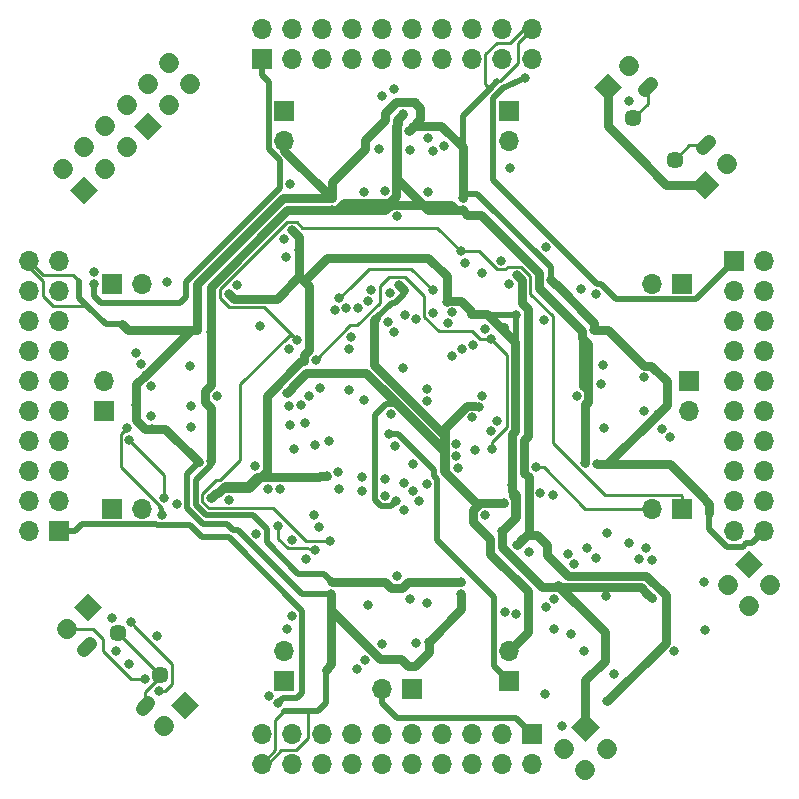
<source format=gbr>
G04 #@! TF.GenerationSoftware,KiCad,Pcbnew,5.1.5-52549c5~86~ubuntu16.04.1*
G04 #@! TF.CreationDate,2020-04-21T20:00:46+03:00*
G04 #@! TF.ProjectId,FreeEEG32-beta,46726565-4545-4473-9332-2d626574612e,rev?*
G04 #@! TF.SameCoordinates,Original*
G04 #@! TF.FileFunction,Copper,L2,Inr*
G04 #@! TF.FilePolarity,Positive*
%FSLAX46Y46*%
G04 Gerber Fmt 4.6, Leading zero omitted, Abs format (unit mm)*
G04 Created by KiCad (PCBNEW 5.1.5-52549c5~86~ubuntu16.04.1) date 2020-04-21 20:00:46*
%MOMM*%
%LPD*%
G04 APERTURE LIST*
%ADD10C,1.700000*%
%ADD11C,0.100000*%
%ADD12O,1.700000X1.700000*%
%ADD13R,1.700000X1.700000*%
%ADD14C,1.200000*%
%ADD15C,1.450000*%
%ADD16C,0.800000*%
%ADD17C,0.250000*%
%ADD18C,0.750000*%
%ADD19C,0.500000*%
G04 APERTURE END LIST*
D10*
X179845000Y-117780000D02*
X179845000Y-117780000D01*
X178048949Y-115983949D02*
X178048949Y-115983949D01*
X181641051Y-115983949D02*
X181641051Y-115983949D01*
G04 #@! TA.AperFunction,ViaPad*
D11*
G36*
X178642918Y-114187898D02*
G01*
X179845000Y-112985816D01*
X181047082Y-114187898D01*
X179845000Y-115389980D01*
X178642918Y-114187898D01*
G37*
G04 #@! TD.AperFunction*
D10*
X165983949Y-131641051D02*
X165983949Y-131641051D01*
X164187898Y-129845000D02*
X164187898Y-129845000D01*
X167780000Y-129845000D02*
X167780000Y-129845000D01*
G04 #@! TA.AperFunction,ViaPad*
D11*
G36*
X164781867Y-128048949D02*
G01*
X165983949Y-126846867D01*
X167186031Y-128048949D01*
X165983949Y-129251031D01*
X164781867Y-128048949D01*
G37*
G04 #@! TD.AperFunction*
D10*
X130732102Y-71751846D02*
X130732102Y-71751846D01*
X132528153Y-73547898D02*
X132528153Y-73547898D01*
X128936051Y-73547898D02*
X128936051Y-73547898D01*
X130732102Y-75343949D02*
X130732102Y-75343949D01*
X127140000Y-75343949D02*
X127140000Y-75343949D01*
G04 #@! TA.AperFunction,ViaPad*
D11*
G36*
X130138133Y-77140000D02*
G01*
X128936051Y-78342082D01*
X127733969Y-77140000D01*
X128936051Y-75937918D01*
X130138133Y-77140000D01*
G37*
G04 #@! TD.AperFunction*
D10*
X125343949Y-77140000D02*
X125343949Y-77140000D01*
X127140000Y-78936052D02*
X127140000Y-78936052D01*
X123547898Y-78936052D02*
X123547898Y-78936052D01*
X125343949Y-80732103D02*
X125343949Y-80732103D01*
X121751847Y-80732103D02*
X121751847Y-80732103D01*
G04 #@! TA.AperFunction,ViaPad*
D11*
G36*
X124749980Y-82528154D02*
G01*
X123547898Y-83730236D01*
X122345816Y-82528154D01*
X123547898Y-81326072D01*
X124749980Y-82528154D01*
G37*
G04 #@! TD.AperFunction*
D10*
X130315000Y-127940000D02*
X130315000Y-127940000D01*
G04 #@! TA.AperFunction,ViaPad*
D11*
G36*
X132111051Y-124941867D02*
G01*
X133313133Y-126143949D01*
X132111051Y-127346031D01*
X130908969Y-126143949D01*
X132111051Y-124941867D01*
G37*
G04 #@! TD.AperFunction*
D10*
X122060000Y-119685000D02*
X122060000Y-119685000D01*
G04 #@! TA.AperFunction,ViaPad*
D11*
G36*
X123856051Y-116686867D02*
G01*
X125058133Y-117888949D01*
X123856051Y-119091031D01*
X122653969Y-117888949D01*
X123856051Y-116686867D01*
G37*
G04 #@! TD.AperFunction*
D10*
X177940000Y-80315000D02*
X177940000Y-80315000D01*
G04 #@! TA.AperFunction,ViaPad*
D11*
G36*
X176143949Y-83313133D02*
G01*
X174941867Y-82111051D01*
X176143949Y-80908969D01*
X177346031Y-82111051D01*
X176143949Y-83313133D01*
G37*
G04 #@! TD.AperFunction*
D10*
X169685000Y-72060000D02*
X169685000Y-72060000D01*
G04 #@! TA.AperFunction,ViaPad*
D11*
G36*
X167888949Y-75058133D02*
G01*
X166686867Y-73856051D01*
X167888949Y-72653969D01*
X169091031Y-73856051D01*
X167888949Y-75058133D01*
G37*
G04 #@! TD.AperFunction*
D12*
X128410000Y-90475000D03*
D13*
X125870000Y-90475000D03*
D12*
X159525000Y-121590000D03*
D13*
X159525000Y-124130000D03*
D12*
X171590000Y-109525000D03*
D13*
X174130000Y-109525000D03*
D12*
X171590000Y-90475000D03*
D13*
X174130000Y-90475000D03*
D14*
X123542595Y-121507658D02*
X124037569Y-121012684D01*
X128987316Y-125962431D02*
X128492342Y-126457405D01*
D15*
X126406377Y-120058089D03*
X129941911Y-123593623D03*
D14*
X171012684Y-74056313D02*
X171507658Y-73561339D01*
X176457405Y-78511086D02*
X175962431Y-79006060D01*
D15*
X170058089Y-76425121D03*
X173593623Y-79960655D03*
D13*
X178575000Y-88570000D03*
D12*
X181115000Y-88570000D03*
X178575000Y-91110000D03*
X181115000Y-91110000D03*
X178575000Y-93650000D03*
X181115000Y-93650000D03*
X178575000Y-96190000D03*
X181115000Y-96190000D03*
X178575000Y-98730000D03*
X181115000Y-98730000D03*
X178575000Y-101270000D03*
X181115000Y-101270000D03*
X178575000Y-103810000D03*
X181115000Y-103810000D03*
X178575000Y-106350000D03*
X181115000Y-106350000D03*
X178575000Y-108890000D03*
X181115000Y-108890000D03*
X178575000Y-111430000D03*
X181115000Y-111430000D03*
X138570000Y-131115000D03*
X138570000Y-128575000D03*
X141110000Y-131115000D03*
X141110000Y-128575000D03*
X143650000Y-131115000D03*
X143650000Y-128575000D03*
X146190000Y-131115000D03*
X146190000Y-128575000D03*
X148730000Y-131115000D03*
X148730000Y-128575000D03*
X151270000Y-131115000D03*
X151270000Y-128575000D03*
X153810000Y-131115000D03*
X153810000Y-128575000D03*
X156350000Y-131115000D03*
X156350000Y-128575000D03*
X158890000Y-131115000D03*
X158890000Y-128575000D03*
X161430000Y-131115000D03*
D13*
X161430000Y-128575000D03*
X121425000Y-111430000D03*
D12*
X118885000Y-111430000D03*
X121425000Y-108890000D03*
X118885000Y-108890000D03*
X121425000Y-106350000D03*
X118885000Y-106350000D03*
X121425000Y-103810000D03*
X118885000Y-103810000D03*
X121425000Y-101270000D03*
X118885000Y-101270000D03*
X121425000Y-98730000D03*
X118885000Y-98730000D03*
X121425000Y-96190000D03*
X118885000Y-96190000D03*
X121425000Y-93650000D03*
X118885000Y-93650000D03*
X121425000Y-91110000D03*
X118885000Y-91110000D03*
X121425000Y-88570000D03*
X118885000Y-88570000D03*
X161430000Y-68885000D03*
X161430000Y-71425000D03*
X158890000Y-68885000D03*
X158890000Y-71425000D03*
X156350000Y-68885000D03*
X156350000Y-71425000D03*
X153810000Y-68885000D03*
X153810000Y-71425000D03*
X151270000Y-68885000D03*
X151270000Y-71425000D03*
X148730000Y-68885000D03*
X148730000Y-71425000D03*
X146190000Y-68885000D03*
X146190000Y-71425000D03*
X143650000Y-68885000D03*
X143650000Y-71425000D03*
X141110000Y-68885000D03*
X141110000Y-71425000D03*
X138570000Y-68885000D03*
D13*
X138570000Y-71425000D03*
X140475000Y-124130000D03*
D12*
X140475000Y-121590000D03*
X128410000Y-109525000D03*
D13*
X125870000Y-109525000D03*
D12*
X159525000Y-78410000D03*
D13*
X159525000Y-75870000D03*
X140475000Y-75870000D03*
D12*
X140475000Y-78410000D03*
D13*
X151270000Y-124765000D03*
D12*
X148730000Y-124765000D03*
X125235000Y-98730000D03*
D13*
X125235000Y-101270000D03*
X174765000Y-98730000D03*
D12*
X174765000Y-101270000D03*
D16*
X173145648Y-103467570D03*
X172447055Y-102752049D03*
X170951758Y-98413305D03*
X146608676Y-123076324D03*
X147315784Y-122369216D03*
X151606504Y-120884463D03*
X127899522Y-96358694D03*
X128349270Y-97251851D03*
X129213691Y-101652583D03*
X154017993Y-78810655D03*
X153111499Y-79232878D03*
X148476000Y-79070400D03*
X138139364Y-111634364D03*
X140100266Y-107867734D03*
X143057880Y-113040160D03*
X139981310Y-111016559D03*
X142341600Y-113794540D03*
X150230253Y-90594112D03*
X148730000Y-120955000D03*
X170955000Y-101270000D03*
X140708065Y-99716509D03*
X149956811Y-108857101D03*
X151145941Y-79184400D03*
X151145941Y-79184400D03*
X159113481Y-109078127D03*
X156936535Y-100930138D03*
X129222800Y-99159260D03*
X157262981Y-99953179D03*
X155602986Y-84243930D03*
X144515465Y-84267285D03*
X155461000Y-115715000D03*
X144539000Y-115715000D03*
X165732712Y-94515459D03*
X134285000Y-94539000D03*
X134285000Y-105461000D03*
X150547000Y-76103095D03*
X165993871Y-105649322D03*
X155585977Y-83244073D03*
X144528898Y-83252738D03*
X155477258Y-116744469D03*
X144451125Y-116740316D03*
X166736815Y-94375417D03*
X133140429Y-94394151D03*
X133243872Y-105604881D03*
X170961944Y-97413355D03*
X148603000Y-122225000D03*
X172098000Y-101524000D03*
X172860000Y-98730000D03*
X149025000Y-76595000D03*
X150975000Y-122860000D03*
X163044473Y-90130527D03*
X151997001Y-75604998D03*
X147307641Y-79107419D03*
X151016215Y-77542892D03*
X152705036Y-120814200D03*
X166986598Y-105769723D03*
X128775760Y-98204220D03*
X129271060Y-102750000D03*
X127975660Y-100725000D03*
X150599946Y-109638757D03*
X140856000Y-100798999D03*
X149466048Y-91239089D03*
X160160000Y-112573000D03*
X160214210Y-89764408D03*
X163970000Y-127940000D03*
X167831900Y-125810098D03*
X134760000Y-100000000D03*
X150000000Y-84760000D03*
X165240000Y-100000000D03*
X150000000Y-115240000D03*
X159525000Y-90488972D03*
X140475000Y-86665000D03*
X173495000Y-121590000D03*
X159144000Y-118288000D03*
X152686149Y-78131841D03*
X148984000Y-82601000D03*
X151120000Y-117145000D03*
X155752025Y-88691718D03*
X162621847Y-87392125D03*
X148806200Y-74600000D03*
X152667000Y-82705000D03*
X161201400Y-113208000D03*
X132601000Y-100866000D03*
X132519869Y-97460000D03*
X167272000Y-99007000D03*
X167559266Y-102719125D03*
X147610000Y-117680894D03*
X137975092Y-105914500D03*
X131439542Y-109093000D03*
X141135123Y-112166877D03*
X168415000Y-123495000D03*
X140602000Y-88189000D03*
X150508000Y-97587000D03*
X136449307Y-90572999D03*
X157466105Y-110054834D03*
X167439640Y-97393960D03*
X147221240Y-82705000D03*
X152573020Y-117475200D03*
X132575600Y-102588260D03*
X126278118Y-121556174D03*
X129687620Y-120286980D03*
X127361816Y-122693871D03*
X128668499Y-123959753D03*
X162163440Y-108181232D03*
X161763833Y-106000927D03*
X163208000Y-108382000D03*
X167805981Y-111594000D03*
X166124347Y-112831653D03*
X155188206Y-106065011D03*
X150616130Y-107376304D03*
X130569000Y-90350001D03*
X158117064Y-104434064D03*
X158001000Y-95174000D03*
X143145980Y-96925070D03*
X156393030Y-101778000D03*
X156393030Y-101778000D03*
X157959011Y-102958000D03*
X158521393Y-102131121D03*
X156620849Y-104555151D03*
X155043000Y-105075609D03*
X155043000Y-104075606D03*
X157482767Y-94285000D03*
X145079737Y-106429633D03*
X145096000Y-107871520D03*
X147079001Y-108036728D03*
X147079001Y-106832400D03*
X148984000Y-106985000D03*
X149050261Y-108435001D03*
X151397000Y-108001000D03*
X151927248Y-108867752D03*
X152563058Y-107403000D03*
X151397000Y-105715000D03*
X138467564Y-94074990D03*
X140868430Y-95962205D03*
X141350036Y-104427995D03*
X144285000Y-103810000D03*
X143097435Y-104149011D03*
X141909000Y-100740854D03*
X149891130Y-104191000D03*
X149492000Y-101524000D03*
X142253000Y-102249000D03*
X140983000Y-102475000D03*
X142585512Y-99947158D03*
X143509989Y-99317163D03*
X154313236Y-93787349D03*
X154731397Y-92878974D03*
X153091029Y-91041243D03*
X145165225Y-91726780D03*
X144758181Y-92670386D03*
X153076486Y-92925791D03*
X151626250Y-93491705D03*
X150703436Y-93106456D03*
X147841000Y-90983000D03*
X147619801Y-91958229D03*
X146749418Y-92544000D03*
X145749433Y-92538386D03*
X165875000Y-121601770D03*
X152540000Y-99365000D03*
X145936000Y-99492000D03*
X135776000Y-108763000D03*
X157239000Y-89535200D03*
X158841160Y-88521160D03*
X147264415Y-100316121D03*
X152540000Y-100365003D03*
X139099426Y-107843269D03*
X176153812Y-119752918D03*
X160133952Y-118429421D03*
X163335000Y-119685000D03*
X163335000Y-117145000D03*
X162627892Y-117870000D03*
X141182108Y-85957892D03*
X158890000Y-111430000D03*
X144121000Y-106713931D03*
X171618291Y-117116709D03*
X167604054Y-122400946D03*
X159813492Y-107493000D03*
X134289564Y-108625070D03*
X135798473Y-91332221D03*
X142144999Y-90239999D03*
X154266177Y-91993778D03*
X141745000Y-87625120D03*
X167734003Y-116911597D03*
X160151640Y-93104447D03*
X164808200Y-120091400D03*
X145988330Y-96008480D03*
X149255369Y-93679843D03*
X149796866Y-94552443D03*
X169685000Y-74979040D03*
X146180035Y-95027026D03*
X129865420Y-124960580D03*
X127493027Y-119136720D03*
X125943660Y-118811240D03*
X139980180Y-125973881D03*
X160903920Y-73037700D03*
X124419998Y-90480568D03*
X140944600Y-82016600D03*
X165576583Y-90924922D03*
X130315000Y-108625070D03*
X141174312Y-118615618D03*
X162576291Y-125192571D03*
X127371169Y-103712500D03*
X127371169Y-103712500D03*
X155461000Y-87735000D03*
X141586034Y-95265751D03*
X144345727Y-112265000D03*
X166891000Y-113695998D03*
X169705990Y-112446000D03*
X164999627Y-114210373D03*
X171082000Y-112827000D03*
X166891000Y-91364000D03*
X162483113Y-93574948D03*
X171663511Y-113896489D03*
X154699000Y-96608000D03*
X170515858Y-113774142D03*
X155512375Y-96026256D03*
X156437306Y-95646118D03*
X164478000Y-113335000D03*
X140699271Y-119685000D03*
X176035000Y-115748000D03*
X130153184Y-110054244D03*
X127155240Y-102722880D03*
X142978145Y-110054776D03*
X143399688Y-111112732D03*
X149365000Y-103175000D03*
X139167852Y-125368610D03*
X124349367Y-89483063D03*
X159575078Y-80701080D03*
X149750000Y-74000560D03*
D17*
X143057880Y-113040160D02*
X142317878Y-112891878D01*
X140787122Y-112891878D02*
X142317878Y-112891878D01*
X139981310Y-112086066D02*
X140787122Y-112891878D01*
X139981310Y-111016559D02*
X139981310Y-112086066D01*
D18*
X156758320Y-109078127D02*
X158547796Y-109078127D01*
X142351846Y-97999999D02*
X147411001Y-97999999D01*
X141108064Y-99243781D02*
X142351846Y-97999999D01*
X141108064Y-99316510D02*
X141108064Y-99243781D01*
X157063953Y-109078127D02*
X159113481Y-109078127D01*
X156758320Y-109078127D02*
X157063953Y-109078127D01*
X154067999Y-105153660D02*
X154067999Y-106387806D01*
X154067999Y-104656997D02*
X154067999Y-105153660D01*
X149413542Y-100002540D02*
X154067999Y-104656997D01*
X147411001Y-97999999D02*
X149413542Y-100002540D01*
X160374999Y-120740001D02*
X159525000Y-121590000D01*
X161108953Y-120006047D02*
X160374999Y-120740001D01*
X161108953Y-116534393D02*
X161108953Y-120006047D01*
X157939990Y-113365430D02*
X161108953Y-116534393D01*
X157063953Y-109078127D02*
X156489398Y-109652682D01*
X156489398Y-110652760D02*
X157939990Y-112103352D01*
X156489398Y-109652682D02*
X156489398Y-110652760D01*
D19*
X158547796Y-109078127D02*
X159113481Y-109078127D01*
X156943320Y-109078127D02*
X158547796Y-109078127D01*
X150630252Y-91332887D02*
X150630252Y-90994111D01*
X149575643Y-92089090D02*
X149874049Y-92089090D01*
X149874049Y-92089090D02*
X150630252Y-91332887D01*
X149556812Y-109257100D02*
X149956811Y-108857101D01*
X149528910Y-109285002D02*
X149556812Y-109257100D01*
X148642260Y-109285002D02*
X149528910Y-109285002D01*
X148133999Y-101623999D02*
X148133999Y-108776741D01*
X149083999Y-100673999D02*
X148133999Y-101623999D01*
X149900001Y-100673999D02*
X149083999Y-100673999D01*
X153872470Y-104646468D02*
X149900001Y-100673999D01*
X148133999Y-108776741D02*
X148642260Y-109285002D01*
X142299575Y-98124999D02*
X141108064Y-99316510D01*
X153872470Y-104646468D02*
X147351001Y-98124999D01*
X147351001Y-98124999D02*
X142299575Y-98124999D01*
X159113481Y-109078127D02*
X156943320Y-109078127D01*
D18*
X150630252Y-90994111D02*
X150230253Y-90594112D01*
X155925029Y-100802999D02*
X156669799Y-100802999D01*
X154067999Y-106387806D02*
X154067999Y-102660029D01*
X154067999Y-102660029D02*
X155925029Y-100802999D01*
X140708065Y-99716509D02*
X141108064Y-99316510D01*
X159113481Y-109078127D02*
X156758320Y-109078127D01*
D19*
X148280367Y-93384366D02*
X149575643Y-92089090D01*
D18*
X156758320Y-109078127D02*
X153997470Y-106317277D01*
X148082300Y-97350305D02*
X148082300Y-93582433D01*
X153997470Y-103265475D02*
X148082300Y-97350305D01*
X153997470Y-106317277D02*
X153997470Y-103265475D01*
X148082300Y-93582433D02*
X148280367Y-93384366D01*
X157939990Y-112103352D02*
X157939990Y-112931140D01*
X157939990Y-112931140D02*
X157939990Y-113365430D01*
D19*
X152820928Y-84243930D02*
X150090787Y-81513789D01*
X155602986Y-84243930D02*
X152820928Y-84243930D01*
X166090001Y-104839280D02*
X165859621Y-105069660D01*
X166090001Y-99591999D02*
X166090001Y-104839280D01*
X165859621Y-105069660D02*
X165859621Y-105635345D01*
X165732712Y-99234710D02*
X166090001Y-99591999D01*
X165732712Y-94515459D02*
X165732712Y-99234710D01*
X150090787Y-76559308D02*
X150090787Y-79299000D01*
X150547000Y-76103095D02*
X150090787Y-76559308D01*
X150090787Y-81513789D02*
X150090787Y-79299000D01*
D18*
X134285000Y-95104685D02*
X134285000Y-94539000D01*
X134285000Y-99031998D02*
X134285000Y-95104685D01*
X133784999Y-99531999D02*
X134285000Y-99031998D01*
X133784999Y-100468001D02*
X133784999Y-99531999D01*
X134285000Y-100968002D02*
X133784999Y-100468001D01*
X134285000Y-105461000D02*
X134285000Y-100968002D01*
X165732712Y-95081144D02*
X165732712Y-94515459D01*
X166215001Y-100468001D02*
X166215001Y-95563433D01*
X165993871Y-100689131D02*
X166215001Y-100468001D01*
X166215001Y-95563433D02*
X165732712Y-95081144D01*
X165993871Y-105649322D02*
X165993871Y-100689131D01*
X145104685Y-115715000D02*
X144539000Y-115715000D01*
X149031998Y-115715000D02*
X145104685Y-115715000D01*
X149531999Y-116215001D02*
X149031998Y-115715000D01*
X150468001Y-116215001D02*
X149531999Y-116215001D01*
X150968002Y-115715000D02*
X150468001Y-116215001D01*
X155461000Y-115715000D02*
X150968002Y-115715000D01*
X155037301Y-84243930D02*
X155602986Y-84243930D01*
X154578370Y-83784999D02*
X155037301Y-84243930D01*
X149531999Y-83784999D02*
X154578370Y-83784999D01*
X149049713Y-84267285D02*
X149531999Y-83784999D01*
X144515465Y-84267285D02*
X149049713Y-84267285D01*
X150041214Y-76608881D02*
X150147001Y-76503094D01*
X150041214Y-81649216D02*
X150041214Y-76608881D01*
X152635928Y-84243930D02*
X150041214Y-81649216D01*
X155602986Y-84243930D02*
X152635928Y-84243930D01*
D19*
X132989552Y-109211247D02*
X132989552Y-107117203D01*
X133841316Y-110063011D02*
X132989552Y-109211247D01*
X132989552Y-107117203D02*
X134285000Y-105821755D01*
X137838011Y-110063011D02*
X133841316Y-110063011D01*
X138989365Y-111214365D02*
X137838011Y-110063011D01*
X134285000Y-105821755D02*
X134285000Y-105461000D01*
X138989365Y-112345367D02*
X138989365Y-111214365D01*
X143846232Y-115022232D02*
X141666230Y-115022232D01*
X141666230Y-115022232D02*
X138989365Y-112345367D01*
X144539000Y-115715000D02*
X143846232Y-115022232D01*
D18*
X134285000Y-93973315D02*
X134285000Y-94539000D01*
X134285000Y-90722037D02*
X134285000Y-93973315D01*
X140739752Y-84267285D02*
X134285000Y-90722037D01*
X144515465Y-84267285D02*
X140739752Y-84267285D01*
X165332713Y-94115460D02*
X165732712Y-94515459D01*
X162069472Y-90852219D02*
X165332713Y-94115460D01*
X162069472Y-89556705D02*
X162069472Y-90852219D01*
X157156696Y-84643929D02*
X162069472Y-89556705D01*
X156002985Y-84643929D02*
X157156696Y-84643929D01*
X155602986Y-84243930D02*
X156002985Y-84643929D01*
X144957353Y-84267285D02*
X144515465Y-84267285D01*
X145544637Y-83680001D02*
X144957353Y-84267285D01*
X149348001Y-83680001D02*
X145544637Y-83680001D01*
X149959001Y-83069001D02*
X149348001Y-83680001D01*
X149959001Y-77157104D02*
X149959001Y-83069001D01*
X150147001Y-76969104D02*
X149959001Y-77157104D01*
X150147001Y-76503094D02*
X150147001Y-76969104D01*
X150547000Y-76103095D02*
X150147001Y-76503094D01*
D19*
X147372521Y-78247479D02*
X147372521Y-79068311D01*
X149025000Y-76595000D02*
X147372521Y-78247479D01*
X132289542Y-106559211D02*
X132289542Y-109501200D01*
X133243872Y-105604881D02*
X132289542Y-106559211D01*
D18*
X144528898Y-81886162D02*
X147307641Y-79107419D01*
X144528898Y-83252738D02*
X144528898Y-81886162D01*
X147307641Y-78312359D02*
X149025000Y-76595000D01*
X147307641Y-79107419D02*
X147307641Y-78312359D01*
X151597002Y-75204999D02*
X151997001Y-75604998D01*
X151520097Y-75128094D02*
X151597002Y-75204999D01*
X149025000Y-76029315D02*
X149926221Y-75128094D01*
X149926221Y-75128094D02*
X151520097Y-75128094D01*
X149025000Y-76595000D02*
X149025000Y-76029315D01*
X151997001Y-76562106D02*
X151016215Y-77542892D01*
X151997001Y-75604998D02*
X151997001Y-76562106D01*
X155585977Y-82678388D02*
X155585977Y-83244073D01*
X153793233Y-77142893D02*
X155585977Y-78935637D01*
X151416214Y-77142893D02*
X153793233Y-77142893D01*
X151016215Y-77542892D02*
X151416214Y-77142893D01*
X163044473Y-90130527D02*
X163503736Y-90589790D01*
X163444472Y-90530526D02*
X163044473Y-90130527D01*
X163481583Y-90530526D02*
X163444472Y-90530526D01*
X166736815Y-93785758D02*
X163481583Y-90530526D01*
X166736815Y-94375417D02*
X166736815Y-93785758D01*
X167924006Y-94375417D02*
X170961944Y-97413355D01*
X166736815Y-94375417D02*
X167924006Y-94375417D01*
X171543355Y-97413355D02*
X172860000Y-98730000D01*
X170961944Y-97413355D02*
X171543355Y-97413355D01*
X172860000Y-100762000D02*
X172098000Y-101524000D01*
X172860000Y-98730000D02*
X172860000Y-100762000D01*
X167852277Y-105769723D02*
X166986598Y-105769723D01*
X172098000Y-101524000D02*
X167852277Y-105769723D01*
X144451125Y-118073125D02*
X148603000Y-122225000D01*
X144451125Y-116740316D02*
X144451125Y-118073125D01*
X150340000Y-122225000D02*
X150975000Y-122860000D01*
X148603000Y-122225000D02*
X150340000Y-122225000D01*
X152705036Y-121379885D02*
X152705036Y-120814200D01*
X151540685Y-122860000D02*
X152705036Y-121695649D01*
X152705036Y-121695649D02*
X152705036Y-121379885D01*
X150975000Y-122860000D02*
X151540685Y-122860000D01*
X155477258Y-118041978D02*
X152705036Y-120814200D01*
X155477258Y-116744469D02*
X155477258Y-118041978D01*
X155585977Y-78935637D02*
X155585977Y-80060800D01*
X155585977Y-80060800D02*
X155585977Y-82678388D01*
X144451125Y-116740316D02*
X144451125Y-122693875D01*
X133140429Y-94394151D02*
X127249151Y-94394151D01*
X166986598Y-105769723D02*
X173109725Y-105769723D01*
D19*
X141987314Y-116740316D02*
X136538000Y-111291002D01*
X144451125Y-116740316D02*
X141987314Y-116740316D01*
X136538000Y-111291002D02*
X136145002Y-111291002D01*
X136145002Y-111291002D02*
X135682658Y-110828658D01*
X135682658Y-110828658D02*
X133617000Y-110828658D01*
X132289542Y-109501200D02*
X133617000Y-110828658D01*
X155585977Y-77299021D02*
X155585977Y-80060800D01*
D17*
X161430000Y-68885000D02*
X160254999Y-70060001D01*
X120060001Y-89745001D02*
X122600001Y-89745001D01*
X118885000Y-88570000D02*
X120060001Y-89745001D01*
D18*
X176465998Y-109125996D02*
X176465998Y-109908340D01*
X175734502Y-108394500D02*
X176465998Y-109125996D01*
X173109725Y-105769723D02*
X175734502Y-108394500D01*
X133140429Y-93828466D02*
X133140429Y-94394151D01*
X140410783Y-83252738D02*
X133140429Y-90523092D01*
X144528898Y-83252738D02*
X140410783Y-83252738D01*
X140475000Y-79198840D02*
X144528898Y-83252738D01*
X140475000Y-78410000D02*
X140475000Y-79198840D01*
D19*
X155585977Y-77299021D02*
X155585977Y-76272843D01*
X155585977Y-76272843D02*
X157617160Y-74241660D01*
X126776580Y-93921580D02*
X125359160Y-93921580D01*
D18*
X127249151Y-94394151D02*
X126776580Y-93921580D01*
D19*
X123101200Y-91663620D02*
X123101200Y-90246200D01*
D17*
X122600001Y-89745001D02*
X123101200Y-90246200D01*
D19*
X125359160Y-93921580D02*
X123802140Y-92364560D01*
X123802140Y-92364560D02*
X123101200Y-91663620D01*
X180265001Y-112279999D02*
X181115000Y-111430000D01*
X176465998Y-111245000D02*
X177950999Y-112730001D01*
X176465998Y-109908340D02*
X176465998Y-111245000D01*
X144000000Y-123145000D02*
X144000000Y-126000000D01*
D18*
X144451125Y-122693875D02*
X144000000Y-123145000D01*
D19*
X144000000Y-126000000D02*
X143349002Y-126650998D01*
X143349002Y-126650998D02*
X143000000Y-126650998D01*
D17*
X158734362Y-73319640D02*
X158539180Y-73319640D01*
X160254999Y-71645780D02*
X160254999Y-71799003D01*
X160254999Y-70060001D02*
X160254999Y-71645780D01*
X160254999Y-71799003D02*
X158734362Y-73319640D01*
D19*
X155985976Y-82844074D02*
X155585977Y-83244073D01*
X163044473Y-89072753D02*
X156815794Y-82844074D01*
X156815794Y-82844074D02*
X155985976Y-82844074D01*
X163044473Y-90130527D02*
X163044473Y-89072753D01*
D18*
X133140429Y-90523092D02*
X133140429Y-92837200D01*
X133140429Y-92837200D02*
X133140429Y-93828466D01*
D19*
X142507000Y-126650998D02*
X140494002Y-126650998D01*
X143000000Y-126650998D02*
X142507000Y-126650998D01*
D17*
X142474999Y-126682999D02*
X142507000Y-126650998D01*
X142474999Y-128949003D02*
X142474999Y-126682999D01*
X138570000Y-131115000D02*
X139078000Y-131115000D01*
X141484003Y-129939999D02*
X142474999Y-128949003D01*
X139078000Y-131115000D02*
X140253001Y-129939999D01*
X140253001Y-129939999D02*
X141484003Y-129939999D01*
X139745001Y-127399999D02*
X140494002Y-126650998D01*
X139745001Y-129939999D02*
X139745001Y-127399999D01*
X138570000Y-131115000D02*
X139745001Y-129939999D01*
X123802140Y-92364560D02*
X120933561Y-92364560D01*
X120933561Y-92364560D02*
X120060001Y-91491000D01*
X120060001Y-90253001D02*
X118885000Y-89078000D01*
X118885000Y-89078000D02*
X118885000Y-88570000D01*
X120060001Y-91491000D02*
X120060001Y-90253001D01*
D19*
X157893820Y-73965000D02*
X158539180Y-73319640D01*
X157617160Y-74241660D02*
X157893820Y-73965000D01*
D17*
X159619999Y-70060001D02*
X160795000Y-68885000D01*
X160795000Y-68885000D02*
X161430000Y-68885000D01*
X157893820Y-73965000D02*
X157525001Y-73596181D01*
X157525001Y-71050997D02*
X158515997Y-70060001D01*
X157525001Y-73596181D02*
X157525001Y-71050997D01*
X158515997Y-70060001D02*
X159619999Y-70060001D01*
D18*
X132529880Y-94450100D02*
X132529880Y-94394151D01*
X128775760Y-98204220D02*
X132529880Y-94450100D01*
X133140429Y-94394151D02*
X132529880Y-94394151D01*
X127975660Y-99004320D02*
X128775760Y-98204220D01*
X127975660Y-100725000D02*
X127975660Y-99004320D01*
X128705375Y-102750000D02*
X129271060Y-102750000D01*
X127975660Y-102020285D02*
X128705375Y-102750000D01*
X127975660Y-100725000D02*
X127975660Y-102020285D01*
X130388991Y-102750000D02*
X133243872Y-105604881D01*
X129271060Y-102750000D02*
X130388991Y-102750000D01*
D19*
X179591000Y-112446000D02*
X180099000Y-112446000D01*
X179306999Y-112730001D02*
X179591000Y-112446000D01*
X177950999Y-112730001D02*
X179306999Y-112730001D01*
X180099000Y-112446000D02*
X180265001Y-112279999D01*
D18*
X161008001Y-111724999D02*
X160559999Y-112173001D01*
X161898001Y-111724999D02*
X161008001Y-111724999D01*
X162772374Y-112599372D02*
X161898001Y-111724999D01*
X160559999Y-112173001D02*
X160160000Y-112573000D01*
X164531626Y-115185374D02*
X165748000Y-115185374D01*
X162772374Y-113426122D02*
X164531626Y-115185374D01*
X162772374Y-112599372D02*
X162772374Y-113426122D01*
X170066000Y-115185374D02*
X165748000Y-115185374D01*
X172769999Y-120871999D02*
X167831900Y-125810098D01*
X172769999Y-116825415D02*
X172769999Y-120871999D01*
X171129958Y-115185374D02*
X172769999Y-116825415D01*
X170066000Y-115185374D02*
X171129958Y-115185374D01*
X160788832Y-106468928D02*
X161188439Y-106868535D01*
X161188439Y-106868535D02*
X161188439Y-111544561D01*
X160788832Y-103685529D02*
X160788832Y-106468928D01*
X161126641Y-92636446D02*
X161126641Y-103347720D01*
X160614209Y-92124014D02*
X161126641Y-92636446D01*
X161188439Y-111544561D02*
X160160000Y-112573000D01*
X160614209Y-90164407D02*
X160614209Y-92124014D01*
X161126641Y-103347720D02*
X160788832Y-103685529D01*
X160214210Y-89764408D02*
X160614209Y-90164407D01*
D17*
X128668499Y-123959753D02*
X127554696Y-123959753D01*
X122060000Y-119685000D02*
X124277420Y-119685000D01*
X125154463Y-120562043D02*
X125154463Y-121559520D01*
X124277420Y-119685000D02*
X125154463Y-120562043D01*
X127554696Y-123959753D02*
X125154463Y-121559520D01*
X171590000Y-109525000D02*
X165966440Y-109525000D01*
X162442367Y-106000927D02*
X161763833Y-106000927D01*
X165966440Y-109525000D02*
X162442367Y-106000927D01*
X158400999Y-95573999D02*
X158001000Y-95174000D01*
X159356348Y-96529348D02*
X158400999Y-95573999D01*
X159356348Y-102629095D02*
X159356348Y-96529348D01*
X158117064Y-103868379D02*
X159356348Y-102629095D01*
X158117064Y-104434064D02*
X158117064Y-103868379D01*
X146078240Y-93992810D02*
X143145980Y-96925070D01*
X146658222Y-93992810D02*
X146078240Y-93992810D01*
X158001000Y-95174000D02*
X157038190Y-95174000D01*
X157038190Y-95174000D02*
X156376540Y-94512350D01*
X156376540Y-94512350D02*
X153590043Y-94512350D01*
X152351251Y-93273558D02*
X152351251Y-91528311D01*
X150692051Y-89869111D02*
X149381609Y-89869111D01*
X152351251Y-91528311D02*
X150692051Y-89869111D01*
X149381609Y-89869111D02*
X148566001Y-90684719D01*
X148566001Y-90684719D02*
X148566001Y-92085031D01*
X153590043Y-94512350D02*
X152351251Y-93273558D01*
X148566001Y-92085031D02*
X146658222Y-93992810D01*
X153091029Y-91041243D02*
X151257326Y-89207540D01*
X147684465Y-89207540D02*
X146106180Y-90785825D01*
X151257326Y-89207540D02*
X147684465Y-89207540D01*
X146106180Y-90785825D02*
X145165225Y-91726780D01*
D19*
X159963482Y-110356518D02*
X159289999Y-111030001D01*
X159963482Y-109271000D02*
X159963482Y-110356518D01*
X159963482Y-108670126D02*
X159963482Y-109271000D01*
X159813492Y-108520136D02*
X159963482Y-108670126D01*
X159813492Y-107493000D02*
X159813492Y-108520136D01*
X159289999Y-111030001D02*
X158890000Y-111430000D01*
D18*
X159813492Y-108058685D02*
X159813492Y-107493000D01*
X160088482Y-108333675D02*
X159813492Y-108058685D01*
X160088482Y-110231518D02*
X160088482Y-108333675D01*
X158890000Y-111430000D02*
X160088482Y-110231518D01*
X141745000Y-86520784D02*
X141182108Y-85957892D01*
X134689563Y-108225071D02*
X134890892Y-108225071D01*
X134890892Y-108225071D02*
X135495963Y-107620000D01*
X143400978Y-106868268D02*
X143555315Y-106713931D01*
X138184887Y-106868268D02*
X143400978Y-106868268D01*
X137433155Y-107620000D02*
X138184887Y-106868268D01*
X135495963Y-107620000D02*
X137433155Y-107620000D01*
X136198472Y-91732220D02*
X135798473Y-91332221D01*
X139852780Y-91732220D02*
X136198472Y-91732220D01*
X141745000Y-89840000D02*
X139852780Y-91732220D01*
X142144999Y-90239999D02*
X141745000Y-89840000D01*
X134289564Y-108625070D02*
X134689563Y-108225071D01*
X143555315Y-106713931D02*
X144121000Y-106713931D01*
X163803001Y-116169999D02*
X164310001Y-116676999D01*
X165983949Y-124021051D02*
X165983949Y-128048949D01*
X167604054Y-122400946D02*
X165983949Y-124021051D01*
X166850001Y-119216999D02*
X163635002Y-116002000D01*
X164310001Y-116676999D02*
X163635002Y-116002000D01*
X156310425Y-92786611D02*
X155488216Y-91964402D01*
X155488216Y-91964402D02*
X155259827Y-91964402D01*
X156310425Y-93015000D02*
X156310425Y-92786611D01*
X159100820Y-94460051D02*
X157655769Y-93015000D01*
X160056358Y-95415589D02*
X159100820Y-94460051D01*
X160056358Y-102919048D02*
X160056358Y-95415589D01*
X159813492Y-103161914D02*
X160056358Y-102919048D01*
X159813492Y-107493000D02*
X159813492Y-103161914D01*
D19*
X160151640Y-95320307D02*
X160056358Y-95415589D01*
X160151640Y-93104447D02*
X160151640Y-95320307D01*
X157132867Y-93104447D02*
X157043420Y-93015000D01*
D18*
X157043420Y-93015000D02*
X156310425Y-93015000D01*
D19*
X160151640Y-93104447D02*
X157132867Y-93104447D01*
D18*
X157655769Y-93015000D02*
X157043420Y-93015000D01*
X167604054Y-121835261D02*
X167604054Y-122400946D01*
X167604054Y-119971052D02*
X167604054Y-121835261D01*
X163768385Y-116135383D02*
X167604054Y-119971052D01*
X162279381Y-116135383D02*
X163768385Y-116135383D01*
X158890000Y-112746002D02*
X162279381Y-116135383D01*
X171218292Y-116716710D02*
X171618291Y-117116709D01*
X170671581Y-116169999D02*
X171218292Y-116716710D01*
X163803001Y-116169999D02*
X166850001Y-119216999D01*
X162313997Y-116169999D02*
X163803001Y-116169999D01*
X158890000Y-112746002D02*
X162313997Y-116169999D01*
X158890000Y-111430000D02*
X158890000Y-112746002D01*
X134870927Y-108225071D02*
X134689563Y-108225071D01*
X141949761Y-97049989D02*
X139014990Y-99984760D01*
X139014990Y-99984760D02*
X139014990Y-106317604D01*
X142561035Y-96067013D02*
X142141240Y-96486808D01*
X142141240Y-96486808D02*
X142141240Y-97049989D01*
X137544595Y-107787999D02*
X135307999Y-107787999D01*
X142561035Y-90656035D02*
X142561035Y-96067013D01*
X142144999Y-90239999D02*
X142561035Y-90656035D01*
X135307999Y-107787999D02*
X134870927Y-108225071D01*
X142141240Y-97049989D02*
X141949761Y-97049989D01*
X139014990Y-106317604D02*
X137544595Y-107787999D01*
X154355982Y-91903973D02*
X154266177Y-91993778D01*
X155427787Y-91903973D02*
X154355982Y-91903973D01*
X155488216Y-91964402D02*
X155427787Y-91903973D01*
X154266177Y-91993778D02*
X154266177Y-89864377D01*
X154266177Y-89864377D02*
X152672080Y-88270280D01*
X144114718Y-88270280D02*
X142144999Y-90239999D01*
X152672080Y-88270280D02*
X144114718Y-88270280D01*
X141745000Y-89840000D02*
X141745000Y-87625120D01*
X141745000Y-87625120D02*
X141745000Y-86520784D01*
D17*
X167734003Y-116276402D02*
X167627600Y-116169999D01*
X167734003Y-116911597D02*
X167734003Y-116276402D01*
D18*
X167627600Y-116169999D02*
X170671581Y-116169999D01*
X162313997Y-116169999D02*
X167627600Y-116169999D01*
X159100820Y-94155267D02*
X159100820Y-94460051D01*
D19*
X174732918Y-82220000D02*
X176035000Y-82220000D01*
X172961600Y-82220000D02*
X174732918Y-82220000D01*
X167780000Y-77038400D02*
X172961600Y-82220000D01*
X167780000Y-73965000D02*
X167780000Y-77038400D01*
D18*
X172852651Y-82111051D02*
X176143949Y-82111051D01*
X170345400Y-79603800D02*
X172852651Y-82111051D01*
X167888949Y-77147349D02*
X167888949Y-73856051D01*
X170345400Y-79603800D02*
X167888949Y-77147349D01*
D17*
X171260171Y-75223039D02*
X170058089Y-76425121D01*
X171260171Y-73808826D02*
X171260171Y-75223039D01*
X174795705Y-78758573D02*
X173593623Y-79960655D01*
X176209918Y-78758573D02*
X174795705Y-78758573D01*
X126406377Y-120058089D02*
X129941911Y-123593623D01*
X129941911Y-123811087D02*
X128739829Y-125013169D01*
X128739829Y-125316432D02*
X128739829Y-126209918D01*
X128739829Y-125013169D02*
X128739829Y-125316432D01*
X129941911Y-123593623D02*
X129941911Y-123811087D01*
X127893026Y-119536719D02*
X127493027Y-119136720D01*
X130991912Y-122635605D02*
X127893026Y-119536719D01*
X130991912Y-124399773D02*
X130991912Y-122635605D01*
X130431105Y-124960580D02*
X130991912Y-124399773D01*
X129865420Y-124960580D02*
X130431105Y-124960580D01*
D19*
X121425000Y-111430000D02*
X121454980Y-111430000D01*
X160903920Y-73037700D02*
X159008919Y-73876079D01*
X175369999Y-91775001D02*
X178575000Y-88570000D01*
X159008919Y-73876079D02*
X158173420Y-74711578D01*
X158173420Y-74711578D02*
X158173420Y-81685696D01*
X158173420Y-81685696D02*
X167001723Y-90513999D01*
X167001723Y-90513999D02*
X167299001Y-90513999D01*
X167299001Y-90513999D02*
X168560003Y-91775001D01*
X168560003Y-91775001D02*
X175369999Y-91775001D01*
X150037918Y-127274999D02*
X160129999Y-127274999D01*
X160129999Y-127274999D02*
X161430000Y-128575000D01*
X148730000Y-125967081D02*
X150037918Y-127274999D01*
X148730000Y-124765000D02*
X148730000Y-125967081D01*
X138570000Y-72775000D02*
X138570000Y-71425000D01*
X124419998Y-90480568D02*
X124419998Y-91535000D01*
X124419998Y-91535000D02*
X124971999Y-92087001D01*
X132151521Y-91589459D02*
X132151521Y-90345260D01*
X124971999Y-92087001D02*
X131653979Y-92087001D01*
X131653979Y-92087001D02*
X132151521Y-91589459D01*
X139166600Y-73371600D02*
X138570000Y-72775000D01*
X139166600Y-79057180D02*
X139166600Y-73371600D01*
X132151521Y-90345260D02*
X140093700Y-82403081D01*
X140093700Y-82403081D02*
X140093700Y-79984280D01*
X140093700Y-79984280D02*
X139166600Y-79057180D01*
X123379999Y-110825001D02*
X129649999Y-110825001D01*
X122775000Y-111430000D02*
X123379999Y-110825001D01*
X121425000Y-111430000D02*
X122775000Y-111430000D01*
X129729243Y-110904245D02*
X132491755Y-110904245D01*
X129649999Y-110825001D02*
X129729243Y-110904245D01*
X132491755Y-110904245D02*
X133525510Y-111938000D01*
X140380179Y-125573882D02*
X139980180Y-125973881D01*
X141541120Y-125573882D02*
X140380179Y-125573882D01*
X142024313Y-125090689D02*
X141541120Y-125573882D01*
X142024313Y-118160276D02*
X142024313Y-125090689D01*
X135802037Y-111938000D02*
X142024313Y-118160276D01*
X133525510Y-111938000D02*
X135802037Y-111938000D01*
D17*
X130315000Y-106656331D02*
X127371169Y-103712500D01*
X130315000Y-108625070D02*
X130315000Y-106656331D01*
X140891881Y-94865752D02*
X136751360Y-99006273D01*
X141186035Y-94865752D02*
X140891881Y-94865752D01*
X141586034Y-95265751D02*
X141186035Y-94865752D01*
X136751360Y-99006273D02*
X136751360Y-100000000D01*
X136751360Y-105374640D02*
X136751360Y-100000000D01*
X133564562Y-108973071D02*
X133564562Y-108277069D01*
X133564562Y-108277069D02*
X134729631Y-107112000D01*
X134079492Y-109488001D02*
X133564562Y-108973071D01*
X139517907Y-109488001D02*
X134079492Y-109488001D01*
X134729631Y-107112000D02*
X135014000Y-107112000D01*
X142294906Y-112265000D02*
X139517907Y-109488001D01*
X135014000Y-107112000D02*
X136751360Y-105374640D01*
X144345727Y-112265000D02*
X142294906Y-112265000D01*
X163208114Y-93226947D02*
X163208114Y-103527946D01*
X161314219Y-89791415D02*
X161314219Y-91333052D01*
X160562211Y-89039407D02*
X161314219Y-89791415D01*
X161314219Y-91333052D02*
X163208114Y-93226947D01*
X159189161Y-89246161D02*
X159395915Y-89039407D01*
X159395915Y-89039407D02*
X160562211Y-89039407D01*
X155461000Y-87735000D02*
X156981998Y-87735000D01*
X156981998Y-87735000D02*
X158493159Y-89246161D01*
X158493159Y-89246161D02*
X159189161Y-89246161D01*
X174130000Y-108425000D02*
X174130000Y-109525000D01*
X174054999Y-108349999D02*
X174130000Y-108425000D01*
X167621546Y-108349999D02*
X174054999Y-108349999D01*
X163208114Y-103936567D02*
X167621546Y-108349999D01*
X163208114Y-103527946D02*
X163208114Y-103936567D01*
X135073472Y-91680222D02*
X135825480Y-92432230D01*
X138752513Y-92432230D02*
X141586034Y-95265751D01*
X135073472Y-90923528D02*
X135073472Y-91680222D01*
X141530109Y-85232891D02*
X140764109Y-85232891D01*
X135825480Y-92432230D02*
X138752513Y-92432230D01*
X142022418Y-85725200D02*
X141530109Y-85232891D01*
X153451200Y-85725200D02*
X142022418Y-85725200D01*
X140764109Y-85232891D02*
X135073472Y-90923528D01*
X155461000Y-87735000D02*
X153451200Y-85725200D01*
X129864990Y-109240988D02*
X129864990Y-109455990D01*
X130291940Y-109915488D02*
X130153184Y-110054244D01*
X129864990Y-109455990D02*
X130291940Y-109882940D01*
X130291940Y-109882940D02*
X130291940Y-109915488D01*
X130153184Y-109488559D02*
X130153184Y-110054244D01*
X126646168Y-105981543D02*
X130153184Y-109488559D01*
X126646168Y-103231952D02*
X126646168Y-105981543D01*
X127155240Y-102722880D02*
X126646168Y-103231952D01*
D19*
X158224999Y-122829999D02*
X159525000Y-124130000D01*
X153425920Y-107007860D02*
X153425920Y-112196540D01*
X149365000Y-103175000D02*
X150133132Y-103175000D01*
X150133132Y-103175000D02*
X153172460Y-106214328D01*
X158224999Y-116995619D02*
X158224999Y-122829999D01*
X153172460Y-106754400D02*
X153425920Y-107007860D01*
X153425920Y-112196540D02*
X158224999Y-116995619D01*
X153172460Y-106214328D02*
X153172460Y-106754400D01*
M02*

</source>
